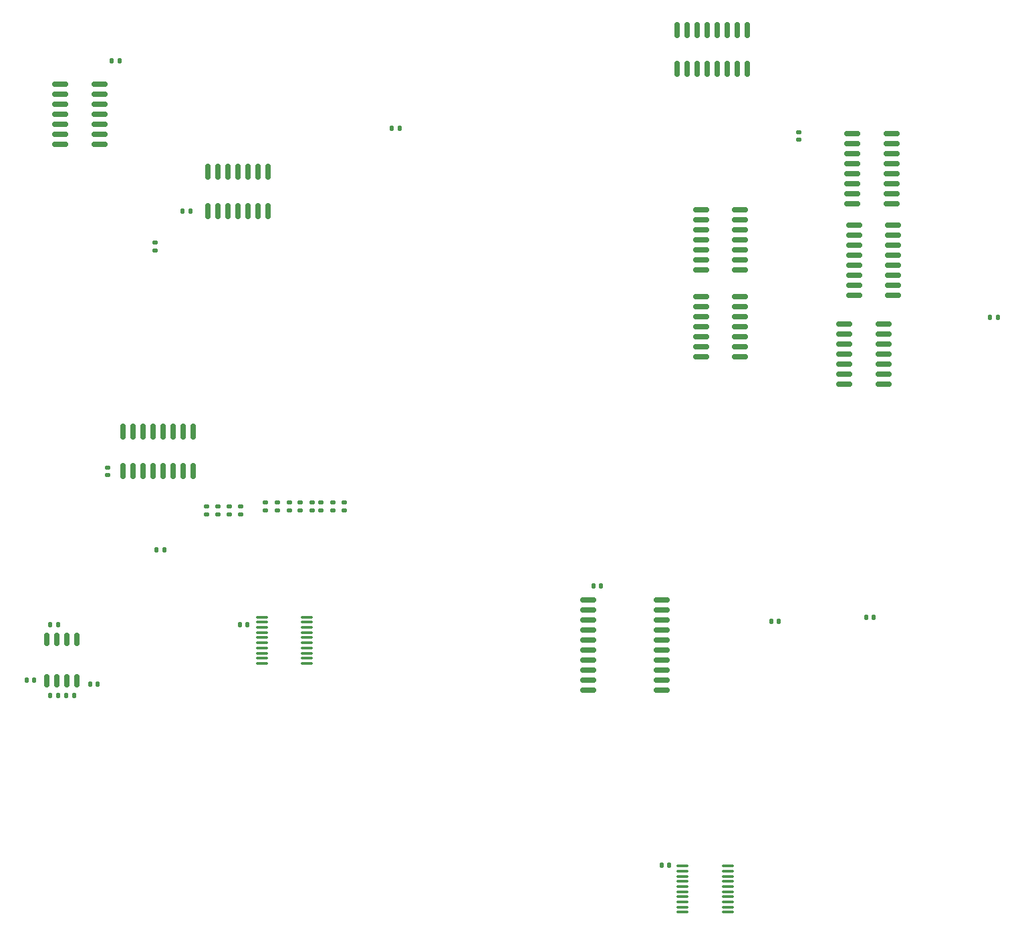
<source format=gbp>
%TF.GenerationSoftware,KiCad,Pcbnew,8.0.1*%
%TF.CreationDate,2024-05-27T20:55:22-07:00*%
%TF.ProjectId,8-Bit-Computer,382d4269-742d-4436-9f6d-70757465722e,rev?*%
%TF.SameCoordinates,Original*%
%TF.FileFunction,Paste,Bot*%
%TF.FilePolarity,Positive*%
%FSLAX46Y46*%
G04 Gerber Fmt 4.6, Leading zero omitted, Abs format (unit mm)*
G04 Created by KiCad (PCBNEW 8.0.1) date 2024-05-27 20:55:22*
%MOMM*%
%LPD*%
G01*
G04 APERTURE LIST*
G04 Aperture macros list*
%AMRoundRect*
0 Rectangle with rounded corners*
0 $1 Rounding radius*
0 $2 $3 $4 $5 $6 $7 $8 $9 X,Y pos of 4 corners*
0 Add a 4 corners polygon primitive as box body*
4,1,4,$2,$3,$4,$5,$6,$7,$8,$9,$2,$3,0*
0 Add four circle primitives for the rounded corners*
1,1,$1+$1,$2,$3*
1,1,$1+$1,$4,$5*
1,1,$1+$1,$6,$7*
1,1,$1+$1,$8,$9*
0 Add four rect primitives between the rounded corners*
20,1,$1+$1,$2,$3,$4,$5,0*
20,1,$1+$1,$4,$5,$6,$7,0*
20,1,$1+$1,$6,$7,$8,$9,0*
20,1,$1+$1,$8,$9,$2,$3,0*%
G04 Aperture macros list end*
%ADD10RoundRect,0.140000X0.140000X0.170000X-0.140000X0.170000X-0.140000X-0.170000X0.140000X-0.170000X0*%
%ADD11RoundRect,0.135000X-0.185000X0.135000X-0.185000X-0.135000X0.185000X-0.135000X0.185000X0.135000X0*%
%ADD12RoundRect,0.150000X0.825000X0.150000X-0.825000X0.150000X-0.825000X-0.150000X0.825000X-0.150000X0*%
%ADD13RoundRect,0.150000X0.875000X0.150000X-0.875000X0.150000X-0.875000X-0.150000X0.875000X-0.150000X0*%
%ADD14RoundRect,0.135000X0.135000X0.185000X-0.135000X0.185000X-0.135000X-0.185000X0.135000X-0.185000X0*%
%ADD15RoundRect,0.150000X-0.825000X-0.150000X0.825000X-0.150000X0.825000X0.150000X-0.825000X0.150000X0*%
%ADD16RoundRect,0.100000X0.637500X0.100000X-0.637500X0.100000X-0.637500X-0.100000X0.637500X-0.100000X0*%
%ADD17RoundRect,0.150000X-0.150000X0.825000X-0.150000X-0.825000X0.150000X-0.825000X0.150000X0.825000X0*%
%ADD18RoundRect,0.135000X-0.135000X-0.185000X0.135000X-0.185000X0.135000X0.185000X-0.135000X0.185000X0*%
%ADD19RoundRect,0.150000X-0.150000X0.675000X-0.150000X-0.675000X0.150000X-0.675000X0.150000X0.675000X0*%
%ADD20RoundRect,0.140000X-0.170000X0.140000X-0.170000X-0.140000X0.170000X-0.140000X0.170000X0.140000X0*%
%ADD21RoundRect,0.140000X-0.140000X-0.170000X0.140000X-0.170000X0.140000X0.170000X-0.140000X0.170000X0*%
%ADD22RoundRect,0.140000X0.170000X-0.140000X0.170000X0.140000X-0.170000X0.140000X-0.170000X-0.140000X0*%
G04 APERTURE END LIST*
D10*
%TO.C,C19*%
X155020000Y-123500001D03*
X154060000Y-123500001D03*
%TD*%
%TO.C,C9*%
X51695000Y-124420000D03*
X50735000Y-124420000D03*
%TD*%
D11*
%TO.C,R36*%
X85000000Y-108925934D03*
X85000000Y-109945934D03*
%TD*%
D12*
%TO.C,U37*%
X157500000Y-73750000D03*
X157500000Y-75020000D03*
X157500000Y-76290000D03*
X157500000Y-77560000D03*
X157500000Y-78830000D03*
X157500000Y-80100000D03*
X157500000Y-81370000D03*
X157500000Y-82640000D03*
X152550000Y-82640000D03*
X152550000Y-81370000D03*
X152550000Y-80100000D03*
X152550000Y-78830000D03*
X152550000Y-77560000D03*
X152550000Y-76290000D03*
X152550000Y-75020000D03*
X152550000Y-73750000D03*
%TD*%
D11*
%TO.C,R19*%
X83865000Y-108925934D03*
X83865000Y-109945934D03*
%TD*%
D12*
%TO.C,U3*%
X56950000Y-55960000D03*
X56950000Y-57230000D03*
X56950000Y-58500000D03*
X56950000Y-59770000D03*
X56950000Y-61040000D03*
X56950000Y-62310000D03*
X56950000Y-63580000D03*
X52000000Y-63580000D03*
X52000000Y-62310000D03*
X52000000Y-61040000D03*
X52000000Y-59770000D03*
X52000000Y-58500000D03*
X52000000Y-57230000D03*
X52000000Y-55960000D03*
%TD*%
D11*
%TO.C,R9*%
X73365000Y-109425934D03*
X73365000Y-110445934D03*
%TD*%
D13*
%TO.C,U11*%
X128190000Y-121285001D03*
X128190000Y-122555001D03*
X128190000Y-123825001D03*
X128190000Y-125095001D03*
X128190000Y-126365001D03*
X128190000Y-127635001D03*
X128190000Y-128905001D03*
X128190000Y-130175001D03*
X128190000Y-131445001D03*
X128190000Y-132715001D03*
X118890000Y-132715001D03*
X118890000Y-131445001D03*
X118890000Y-130175001D03*
X118890000Y-128905001D03*
X118890000Y-127635001D03*
X118890000Y-126365001D03*
X118890000Y-125095001D03*
X118890000Y-123825001D03*
X118890000Y-122555001D03*
X118890000Y-121285001D03*
%TD*%
D10*
%TO.C,C10*%
X56715000Y-131920000D03*
X55755000Y-131920000D03*
%TD*%
D14*
%TO.C,R21*%
X53725000Y-133420000D03*
X52705000Y-133420000D03*
%TD*%
D11*
%TO.C,R10*%
X72000000Y-109425934D03*
X72000000Y-110445934D03*
%TD*%
D10*
%TO.C,C18*%
X143040000Y-124000001D03*
X142080000Y-124000001D03*
%TD*%
D15*
%TO.C,U40*%
X133165000Y-79460000D03*
X133165000Y-78190000D03*
X133165000Y-76920000D03*
X133165000Y-75650000D03*
X133165000Y-74380000D03*
X133165000Y-73110000D03*
X133165000Y-71840000D03*
X138115000Y-71840000D03*
X138115000Y-73110000D03*
X138115000Y-74380000D03*
X138115000Y-75650000D03*
X138115000Y-76920000D03*
X138115000Y-78190000D03*
X138115000Y-79460000D03*
%TD*%
D11*
%TO.C,R17*%
X78000000Y-108925934D03*
X78000000Y-109945934D03*
%TD*%
D16*
%TO.C,U23*%
X136540000Y-155000001D03*
X136540000Y-155650001D03*
X136540000Y-156300001D03*
X136540000Y-156950001D03*
X136540000Y-157600001D03*
X136540000Y-158250001D03*
X136540000Y-158900001D03*
X136540000Y-159550001D03*
X136540000Y-160200001D03*
X136540000Y-160850001D03*
X130815000Y-160850001D03*
X130815000Y-160200001D03*
X130815000Y-159550001D03*
X130815000Y-158900001D03*
X130815000Y-158250001D03*
X130815000Y-157600001D03*
X130815000Y-156950001D03*
X130815000Y-156300001D03*
X130815000Y-155650001D03*
X130815000Y-155000001D03*
%TD*%
D11*
%TO.C,R8*%
X74865000Y-109425934D03*
X74865000Y-110445934D03*
%TD*%
D17*
%TO.C,U20*%
X70690000Y-67025000D03*
X71960000Y-67025000D03*
X73230000Y-67025000D03*
X74500000Y-67025000D03*
X75770000Y-67025000D03*
X77040000Y-67025000D03*
X78310000Y-67025000D03*
X78310000Y-71975000D03*
X77040000Y-71975000D03*
X75770000Y-71975000D03*
X74500000Y-71975000D03*
X73230000Y-71975000D03*
X71960000Y-71975000D03*
X70690000Y-71975000D03*
%TD*%
D18*
%TO.C,R23*%
X169750000Y-85500000D03*
X170770000Y-85500000D03*
%TD*%
D19*
%TO.C,U35*%
X50310000Y-126295000D03*
X51580000Y-126295000D03*
X52850000Y-126295000D03*
X54120000Y-126295000D03*
X54120000Y-131545000D03*
X52850000Y-131545000D03*
X51580000Y-131545000D03*
X50310000Y-131545000D03*
%TD*%
D10*
%TO.C,C38*%
X94980000Y-61500000D03*
X94020000Y-61500000D03*
%TD*%
D20*
%TO.C,C35*%
X145500000Y-62020000D03*
X145500000Y-62980000D03*
%TD*%
D12*
%TO.C,U41*%
X138115000Y-82840000D03*
X138115000Y-84110000D03*
X138115000Y-85380000D03*
X138115000Y-86650000D03*
X138115000Y-87920000D03*
X138115000Y-89190000D03*
X138115000Y-90460000D03*
X133165000Y-90460000D03*
X133165000Y-89190000D03*
X133165000Y-87920000D03*
X133165000Y-86650000D03*
X133165000Y-85380000D03*
X133165000Y-84110000D03*
X133165000Y-82840000D03*
%TD*%
D10*
%TO.C,C34*%
X59500000Y-53000000D03*
X58540000Y-53000000D03*
%TD*%
D11*
%TO.C,R11*%
X70500000Y-109425934D03*
X70500000Y-110445934D03*
%TD*%
D17*
%TO.C,U21*%
X59920000Y-99960934D03*
X61190000Y-99960934D03*
X62460000Y-99960934D03*
X63730000Y-99960934D03*
X65000000Y-99960934D03*
X66270000Y-99960934D03*
X67540000Y-99960934D03*
X68810000Y-99960934D03*
X68810000Y-104910934D03*
X67540000Y-104910934D03*
X66270000Y-104910934D03*
X65000000Y-104910934D03*
X63730000Y-104910934D03*
X62460000Y-104910934D03*
X61190000Y-104910934D03*
X59920000Y-104910934D03*
%TD*%
D10*
%TO.C,C22*%
X129157500Y-154925001D03*
X128197500Y-154925001D03*
%TD*%
D11*
%TO.C,R38*%
X88000000Y-108925934D03*
X88000000Y-109945934D03*
%TD*%
D16*
%TO.C,U29*%
X83259968Y-123470000D03*
X83259968Y-124120000D03*
X83259968Y-124770000D03*
X83259968Y-125420000D03*
X83259968Y-126070000D03*
X83259968Y-126720000D03*
X83259968Y-127370000D03*
X83259968Y-128020000D03*
X83259968Y-128670000D03*
X83259968Y-129320000D03*
X77534968Y-129320000D03*
X77534968Y-128670000D03*
X77534968Y-128020000D03*
X77534968Y-127370000D03*
X77534968Y-126720000D03*
X77534968Y-126070000D03*
X77534968Y-125420000D03*
X77534968Y-124770000D03*
X77534968Y-124120000D03*
X77534968Y-123470000D03*
%TD*%
D12*
%TO.C,U43*%
X156277684Y-86340000D03*
X156277684Y-87610000D03*
X156277684Y-88880000D03*
X156277684Y-90150000D03*
X156277684Y-91420000D03*
X156277684Y-92690000D03*
X156277684Y-93960000D03*
X151327684Y-93960000D03*
X151327684Y-92690000D03*
X151327684Y-91420000D03*
X151327684Y-90150000D03*
X151327684Y-88880000D03*
X151327684Y-87610000D03*
X151327684Y-86340000D03*
%TD*%
D11*
%TO.C,R20*%
X81000000Y-108925934D03*
X81000000Y-109945934D03*
%TD*%
D10*
%TO.C,C29*%
X48695000Y-131420000D03*
X47735000Y-131420000D03*
%TD*%
D21*
%TO.C,C23*%
X119560000Y-119500001D03*
X120520000Y-119500001D03*
%TD*%
D14*
%TO.C,R22*%
X51725000Y-133420000D03*
X50705000Y-133420000D03*
%TD*%
D10*
%TO.C,C30*%
X75715000Y-124420000D03*
X74755000Y-124420000D03*
%TD*%
D11*
%TO.C,R39*%
X82365000Y-108925934D03*
X82365000Y-109945934D03*
%TD*%
D22*
%TO.C,C41*%
X58020000Y-105460000D03*
X58020000Y-104500000D03*
%TD*%
D14*
%TO.C,R25*%
X65160000Y-114935934D03*
X64140000Y-114935934D03*
%TD*%
D12*
%TO.C,U38*%
X157277684Y-62205000D03*
X157277684Y-63475000D03*
X157277684Y-64745000D03*
X157277684Y-66015000D03*
X157277684Y-67285000D03*
X157277684Y-68555000D03*
X157277684Y-69825000D03*
X157277684Y-71095000D03*
X152327684Y-71095000D03*
X152327684Y-69825000D03*
X152327684Y-68555000D03*
X152327684Y-67285000D03*
X152327684Y-66015000D03*
X152327684Y-64745000D03*
X152327684Y-63475000D03*
X152327684Y-62205000D03*
%TD*%
D11*
%TO.C,R37*%
X86500000Y-108925934D03*
X86500000Y-109945934D03*
%TD*%
D20*
%TO.C,C32*%
X64000000Y-76020000D03*
X64000000Y-76980000D03*
%TD*%
D10*
%TO.C,C37*%
X68480000Y-72000000D03*
X67520000Y-72000000D03*
%TD*%
D17*
%TO.C,U27*%
X130150000Y-49050000D03*
X131420000Y-49050000D03*
X132690000Y-49050000D03*
X133960000Y-49050000D03*
X135230000Y-49050000D03*
X136500000Y-49050000D03*
X137770000Y-49050000D03*
X139040000Y-49050000D03*
X139040000Y-54000000D03*
X137770000Y-54000000D03*
X136500000Y-54000000D03*
X135230000Y-54000000D03*
X133960000Y-54000000D03*
X132690000Y-54000000D03*
X131420000Y-54000000D03*
X130150000Y-54000000D03*
%TD*%
D11*
%TO.C,R18*%
X79500000Y-108925934D03*
X79500000Y-109945934D03*
%TD*%
M02*

</source>
